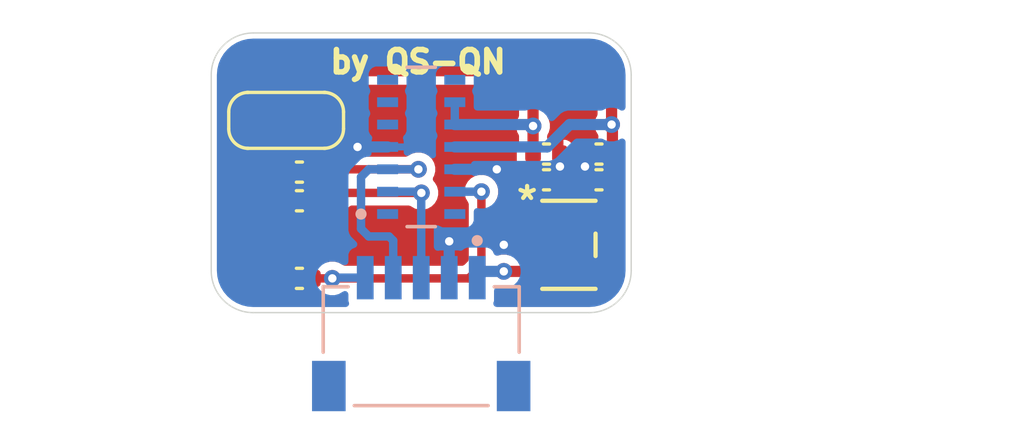
<source format=kicad_pcb>
(kicad_pcb (version 20241229) (generator "pcbnew") (generator_version "9.0")
  (layers (0 "F.Cu" signal) (2 "B.Cu" signal) (13 "F.Paste" user) (15 "B.Paste" user) (5 "F.SilkS" user "F.Silkscreen") (7 "B.SilkS" user "B.Silkscreen") (1 "F.Mask" user) (3 "B.Mask" user) (25 "Edge.Cuts" user))
  (net 0 "")
  (net 1 "GND")
  (net 2 "+3.3V")
  (net 3 "+1V8")
  (net 4 "Net-(JP1-C)")
  (net 5 "/INT_PPG")
  (net 6 "/SDA")
  (net 7 "/SCL")
  (footprint "Jumper:SolderJumper-3_P1.3mm_Bridged12_RoundedPad1.0x1.5mm_NumberLabels" (layer "F.Cu") (at 131.975 79.415 180)
    (property "Reference" "JP1" (hide yes))
    (property "Value" "SolderJumper_3_Bridged12")
    (fp_poly (pts (xy -0.9 -0.3) (xy -0.4 -0.3) (xy -0.4 0.3) (xy -0.9 0.3)) (fill yes) (layer "F.Cu"))
    (fp_line (start 2.05 -0.3) (end 2.05 0.3) (stroke (width 0.12)) (layer "F.SilkS"))
    (fp_line (start 1.4 1) (end -1.4 1) (stroke (width 0.12)) (layer "F.SilkS"))
    (fp_line (start -1.4 -1) (end 1.4 -1) (stroke (width 0.12)) (layer "F.SilkS"))
    (fp_line (start -2.05 0.3) (end -2.05 -0.3) (stroke (width 0.12)) (layer "F.SilkS"))
    (fp_arc (start 2.05 0.3) (mid 1.844975 0.794975) (end 1.35 1) (stroke (width 0.12)) (layer "F.SilkS"))
    (fp_arc (start 1.35 -1) (mid 1.844975 -0.794975) (end 2.05 -0.3) (stroke (width 0.12)) (layer "F.SilkS"))
    (fp_arc (start -1.35 1) (mid -1.844975 0.794975) (end -2.05 0.3) (stroke (width 0.12)) (layer "F.SilkS"))
    (fp_arc (start -2.05 -0.3) (mid -1.844975 -0.794975) (end -1.35 -1) (stroke (width 0.12)) (layer "F.SilkS"))
    (pad "1" smd custom (at -1.3 0 180) (size 1 0.5) (layers "F.Cu" "F.Mask") (net 2 "+3.3V") (options (clearance outline) (anchor rect)) (primitives (gr_poly (pts (xy 0.55 0.75) (xy 0 0.75) (xy 0 -0.75) (xy 0.55 -0.75)) (width 0) (fill yes)) (gr_circle (center 0 0.25) (end 0.5 0.25) (width 0) (fill yes)) (gr_circle (center 0 -0.25) (end 0.5 -0.25) (width 0) (fill yes))))
    (pad "2" smd rect (at 0 0 180) (size 1 1.5) (layers "F.Cu" "F.Mask") (net 4 "Net-(JP1-C)"))
    (pad "3" smd custom (at 1.3 0 180) (size 1 0.5) (layers "F.Cu" "F.Mask") (net 3 "+1V8") (options (clearance outline) (anchor rect)) (primitives (gr_circle (center 0 0.25) (end 0.5 0.25) (width 0) (fill yes)) (gr_circle (center 0 -0.25) (end 0.5 -0.25) (width 0) (fill yes)) (gr_poly (pts (xy 0 0.75) (xy -0.55 0.75) (xy -0.55 -0.75) (xy 0 -0.75)) (width 0) (fill yes))))
  )
  (footprint "Capacitor_SMD:C_0402_1005Metric" (layer "F.Cu") (at 143.15 81.54 180)
    (property "Reference" "C5" (hide yes))
    (property "Value" "4.7uF")
    (fp_line (start -0.107836 0.36) (end 0.107836 0.36) (stroke (width 0.12)) (layer "F.SilkS"))
    (fp_line (start -0.107836 -0.36) (end 0.107836 -0.36) (stroke (width 0.12)) (layer "F.SilkS"))
    (pad "1" smd roundrect (at -0.48 0 180) (size 0.56 0.62) (layers "F.Cu" "F.Mask" "F.Paste") (net 3 "+1V8"))
    (pad "2" smd roundrect (at 0.48 0 180) (size 0.56 0.62) (layers "F.Cu" "F.Mask" "F.Paste") (net 1 "GND"))
  )
  (footprint "Capacitor_SMD:C_0402_1005Metric" (layer "F.Cu") (at 141.275 81.54)
    (property "Reference" "C20" (hide yes))
    (property "Value" "100nF")
    (fp_line (start -0.107836 -0.36) (end 0.107836 -0.36) (stroke (width 0.12)) (layer "F.SilkS"))
    (fp_line (start -0.107836 0.36) (end 0.107836 0.36) (stroke (width 0.12)) (layer "F.SilkS"))
    (pad "1" smd roundrect (at -0.48 0) (size 0.56 0.62) (layers "F.Cu" "F.Mask" "F.Paste") (net 2 "+3.3V"))
    (pad "2" smd roundrect (at 0.48 0) (size 0.56 0.62) (layers "F.Cu" "F.Mask" "F.Paste") (net 1 "GND"))
  )
  (footprint "Capacitor_SMD:C_0402_1005Metric" (layer "F.Cu") (at 132.45 85.065)
    (property "Reference" "R3" (hide yes))
    (property "Value" "472")
    (fp_line (start -0.107836 -0.36) (end 0.107836 -0.36) (stroke (width 0.12)) (layer "F.SilkS"))
    (fp_line (start -0.107836 0.36) (end 0.107836 0.36) (stroke (width 0.12)) (layer "F.SilkS"))
    (pad "1" smd roundrect (at -0.48 0) (size 0.56 0.62) (layers "F.Cu" "F.Mask" "F.Paste") (net 4 "Net-(JP1-C)"))
    (pad "2" smd roundrect (at 0.48 0) (size 0.56 0.62) (layers "F.Cu" "F.Mask" "F.Paste") (net 5 "/INT_PPG"))
  )
  (footprint "XC6220B181MR_G:SOT-25_TOR" (layer "F.Cu") (at 142.075 83.865)
    (property "Reference" "U3" (hide yes))
    (property "Value" "XC6220B181MR-G")
    (fp_line (start -0.9525 1.5748) (end 0.9525 1.5748) (stroke (width 0.1524)) (layer "F.SilkS"))
    (fp_line (start 0.9525 -1.5748) (end -0.9525 -1.5748) (stroke (width 0.1524)) (layer "F.SilkS"))
    (fp_line (start 0.9525 0.401361) (end 0.9525 -0.401361) (stroke (width 0.1524)) (layer "F.SilkS"))
    (fp_text user "*" (at -1.49225 -1.56 0) (layer "F.SilkS"))
    (pad "1" smd rect (at -1.28905 -0.950001) (size 0.9271 0.4318) (layers "F.Cu" "F.Mask" "F.Paste") (net 2 "+3.3V"))
    (pad "2" smd rect (at -1.28905 0) (size 0.9271 0.4318) (layers "F.Cu" "F.Mask" "F.Paste") (net 1 "GND"))
    (pad "3" smd rect (at -1.28905 0.950001) (size 0.9271 0.4318) (layers "F.Cu" "F.Mask" "F.Paste") (net 2 "+3.3V"))
    (pad "4" smd rect (at 1.28905 0.950001) (size 0.9271 0.4318) (layers "F.Cu" "F.Mask" "F.Paste"))
    (pad "5" smd rect (at 1.28905 -0.950001) (size 0.9271 0.4318) (layers "F.Cu" "F.Mask" "F.Paste") (net 3 "+1V8"))
  )
  (footprint "Capacitor_SMD:C_0402_1005Metric" (layer "F.Cu") (at 132.45 82.29)
    (property "Reference" "R2" (hide yes))
    (property "Value" "472")
    (fp_line (start -0.107836 -0.36) (end 0.107836 -0.36) (stroke (width 0.12)) (layer "F.SilkS"))
    (fp_line (start -0.107836 0.36) (end 0.107836 0.36) (stroke (width 0.12)) (layer "F.SilkS"))
    (pad "1" smd roundrect (at -0.48 0) (size 0.56 0.62) (layers "F.Cu" "F.Mask" "F.Paste") (net 4 "Net-(JP1-C)"))
    (pad "2" smd roundrect (at 0.48 0) (size 0.56 0.62) (layers "F.Cu" "F.Mask" "F.Paste") (net 7 "/SCL"))
  )
  (footprint "Capacitor_SMD:C_0402_1005Metric" (layer "F.Cu") (at 132.45 81.265)
    (property "Reference" "R1" (hide yes))
    (property "Value" "472")
    (fp_line (start -0.107836 -0.36) (end 0.107836 -0.36) (stroke (width 0.12)) (layer "F.SilkS"))
    (fp_line (start -0.107836 0.36) (end 0.107836 0.36) (stroke (width 0.12)) (layer "F.SilkS"))
    (pad "1" smd roundrect (at -0.48 0) (size 0.56 0.62) (layers "F.Cu" "F.Mask" "F.Paste") (net 4 "Net-(JP1-C)"))
    (pad "2" smd roundrect (at 0.48 0) (size 0.56 0.62) (layers "F.Cu" "F.Mask" "F.Paste") (net 6 "/SDA"))
  )
  (footprint "Capacitor_SMD:C_0402_1005Metric" (layer "F.Cu") (at 143.15 80.62 180)
    (property "Reference" "C3" (hide yes))
    (property "Value" "100nF")
    (fp_line (start -0.107836 0.36) (end 0.107836 0.36) (stroke (width 0.12)) (layer "F.SilkS"))
    (fp_line (start -0.107836 -0.36) (end 0.107836 -0.36) (stroke (width 0.12)) (layer "F.SilkS"))
    (pad "1" smd roundrect (at -0.48 0 180) (size 0.56 0.62) (layers "F.Cu" "F.Mask" "F.Paste") (net 3 "+1V8"))
    (pad "2" smd roundrect (at 0.48 0 180) (size 0.56 0.62) (layers "F.Cu" "F.Mask" "F.Paste") (net 1 "GND"))
  )
  (footprint "Capacitor_SMD:C_0402_1005Metric" (layer "F.Cu") (at 141.275 80.62)
    (property "Reference" "C4" (hide yes))
    (property "Value" "4.7uF")
    (fp_line (start -0.107836 -0.36) (end 0.107836 -0.36) (stroke (width 0.12)) (layer "F.SilkS"))
    (fp_line (start -0.107836 0.36) (end 0.107836 0.36) (stroke (width 0.12)) (layer "F.SilkS"))
    (pad "1" smd roundrect (at -0.48 0) (size 0.56 0.62) (layers "F.Cu" "F.Mask" "F.Paste") (net 2 "+3.3V"))
    (pad "2" smd roundrect (at 0.48 0) (size 0.56 0.62) (layers "F.Cu" "F.Mask" "F.Paste") (net 1 "GND"))
  )
  (footprint "MAX30102EFD_T:XDCR_MAX30101EFD_" (layer "B.Cu") (at 136.8 80.365)
    (property "Reference" "U1" (hide yes))
    (property "Value" "MAX30102EFD_T")
    (fp_line (start -0.505 2.85) (end 0.505 2.85) (stroke (width 0.127)) (layer "B.SilkS"))
    (fp_line (start 0.505 -2.85) (end -0.505 -2.85) (stroke (width 0.127)) (layer "B.SilkS"))
    (fp_circle (center -2.15 2.4) (end -2.05 2.4) (stroke (width 0.2)) (fill no) (layer "B.SilkS"))
    (pad "1" smd rect (at -1.2 2.4) (size 0.75 0.35) (layers "B.Cu" "B.Mask" "B.Paste"))
    (pad "2" smd rect (at -1.2 1.6) (size 0.75 0.35) (layers "B.Cu" "B.Mask" "B.Paste") (net 7 "/SCL"))
    (pad "3" smd rect (at -1.2 0.8) (size 0.75 0.35) (layers "B.Cu" "B.Mask" "B.Paste") (net 6 "/SDA"))
    (pad "4" smd rect (at -1.2 0) (size 0.75 0.35) (layers "B.Cu" "B.Mask" "B.Paste") (net 1 "GND"))
    (pad "5" smd rect (at -1.2 -0.8) (size 0.75 0.35) (layers "B.Cu" "B.Mask" "B.Paste"))
    (pad "6" smd rect (at -1.2 -1.6) (size 0.75 0.35) (layers "B.Cu" "B.Mask" "B.Paste"))
    (pad "7" smd rect (at -1.2 -2.4) (size 0.75 0.35) (layers "B.Cu" "B.Mask" "B.Paste"))
    (pad "8" smd rect (at 1.2 -2.4 180) (size 0.75 0.35) (layers "B.Cu" "B.Mask" "B.Paste"))
    (pad "9" smd rect (at 1.2 -1.6 180) (size 0.75 0.35) (layers "B.Cu" "B.Mask" "B.Paste") (net 2 "+3.3V"))
    (pad "10" smd rect (at 1.2 -0.8 180) (size 0.75 0.35) (layers "B.Cu" "B.Mask" "B.Paste") (net 2 "+3.3V"))
    (pad "11" smd rect (at 1.2 0 180) (size 0.75 0.35) (layers "B.Cu" "B.Mask" "B.Paste") (net 3 "+1V8"))
    (pad "12" smd rect (at 1.2 0.8 180) (size 0.75 0.35) (layers "B.Cu" "B.Mask" "B.Paste") (net 1 "GND"))
    (pad "13" smd rect (at 1.2 1.6 180) (size 0.75 0.35) (layers "B.Cu" "B.Mask" "B.Paste") (net 5 "/INT_PPG"))
    (pad "14" smd rect (at 1.2 2.4 180) (size 0.75 0.35) (layers "B.Cu" "B.Mask" "B.Paste"))
  )
  (footprint "SM05B-SRSS-TB_LF__SN_:JST_SM05B-SRSS-TB_LF__SN_" (layer "B.Cu") (at 136.8 88.915 180)
    (property "Reference" "J3" (hide yes))
    (property "Value" "SM05B-SRSS-TB_LF__SN_")
    (fp_line (start 3.5 3.55) (end 3.5 1.21) (stroke (width 0.127)) (layer "B.SilkS"))
    (fp_line (start 2.61 3.55) (end 3.5 3.55) (stroke (width 0.127)) (layer "B.SilkS"))
    (fp_line (start -2.39 -0.7) (end 2.39 -0.7) (stroke (width 0.127)) (layer "B.SilkS"))
    (fp_line (start -2.61 3.55) (end -3.5 3.55) (stroke (width 0.127)) (layer "B.SilkS"))
    (fp_line (start -3.5 3.55) (end -3.5 1.21) (stroke (width 0.127)) (layer "B.SilkS"))
    (fp_circle (center -2 5.2) (end -1.9 5.2) (stroke (width 0.2)) (fill no) (layer "B.SilkS"))
    (pad "1" smd rect (at -2 3.875 180) (size 0.6 1.55) (layers "B.Cu" "B.Mask" "B.Paste") (net 2 "+3.3V"))
    (pad "2" smd rect (at -1 3.875 180) (size 0.6 1.55) (layers "B.Cu" "B.Mask" "B.Paste") (net 1 "GND"))
    (pad "3" smd rect (at 0 3.875 180) (size 0.6 1.55) (layers "B.Cu" "B.Mask" "B.Paste") (net 7 "/SCL"))
    (pad "4" smd rect (at 1 3.875 180) (size 0.6 1.55) (layers "B.Cu" "B.Mask" "B.Paste") (net 6 "/SDA"))
    (pad "5" smd rect (at 2 3.875 180) (size 0.6 1.55) (layers "B.Cu" "B.Mask" "B.Paste") (net 5 "/INT_PPG"))
    (pad "S1" smd rect (at -3.3 0 180) (size 1.2 1.8) (layers "B.Cu" "B.Mask" "B.Paste") (net 1 "GND"))
    (pad "S2" smd rect (at 3.3 0 180) (size 1.2 1.8) (layers "B.Cu" "B.Mask" "B.Paste") (net 1 "GND"))
  )
  (gr_arc (start 130.8 86.29) (mid 129.73934 85.85066) (end 129.3 84.79) (stroke (width 0.05)) (layer "Edge.Cuts"))
  (gr_arc (start 144.3 84.79) (mid 143.86066 85.85066) (end 142.8 86.29) (stroke (width 0.05)) (layer "Edge.Cuts"))
  (gr_line (start 129.3 77.79) (end 129.3 84.79) (stroke (width 0.05)) (layer "Edge.Cuts"))
  (gr_arc (start 142.800001 76.290001) (mid 143.86066 76.729341) (end 144.3 77.79) (stroke (width 0.05)) (layer "Edge.Cuts"))
  (gr_arc (start 129.3 77.79) (mid 129.73934 76.72934) (end 130.8 76.29) (stroke (width 0.05)) (layer "Edge.Cuts"))
  (gr_line (start 144.3 77.79) (end 144.3 84.79) (stroke (width 0.05)) (layer "Edge.Cuts"))
  (gr_line (start 142.8 86.29) (end 130.8 86.29) (stroke (width 0.05)) (layer "Edge.Cuts"))
  (gr_line (start 130.8 76.29) (end 142.800001 76.290001) (stroke (width 0.05)) (layer "Edge.Cuts"))
  (gr_text "by QS-QN " (at 133.45 77.79 0) (layer "F.SilkS") (effects (font (size 0.8 0.8) (thickness 0.2) (bold yes)) (justify left bottom)))
  (segment (start 140.78595 83.865) (end 139.75 83.865) (width 0.4) (layer "F.Cu") (net 1))
  (segment (start 141.755 80.62) (end 142.67 80.62) (width 0.4) (layer "F.Cu") (net 1))
  (segment (start 141.755 80.62) (end 141.755 81.065) (width 0.4) (layer "F.Cu") (net 1))
  (segment (start 141.755 81.065) (end 141.755 81.54) (width 0.4) (layer "F.Cu") (net 1))
  (segment (start 142.67 80.62) (end 142.67 81.54) (width 0.4) (layer "F.Cu") (net 1))
  (segment (start 141.755 81.54) (end 142.67 81.54) (width 0.4) (layer "F.Cu") (net 1))
  (segment (start 139.75 83.865) (end 139.725 83.865) (width 0.4) (layer "F.Cu") (net 1))
  (via (at 134.525 80.365) (size 0.6) (drill 0.3) (layers "F.Cu" "B.Cu") (net 1))
  (via (at 141.755 81.065) (size 0.6) (drill 0.3) (layers "F.Cu" "B.Cu") (net 1))
  (via (at 137.8 83.74) (size 0.6) (drill 0.3) (layers "F.Cu" "B.Cu") (net 1))
  (via (at 139.5 81.165) (size 0.6) (drill 0.3) (layers "F.Cu" "B.Cu") (net 1))
  (via (at 142.65 81.065) (size 0.6) (drill 0.3) (layers "F.Cu" "B.Cu") (net 1))
  (via (at 139.75 83.865) (size 0.6) (drill 0.3) (layers "F.Cu" "B.Cu") (net 1))
  (segment (start 137.8 85.04) (end 137.8 83.74) (width 0.4) (layer "B.Cu") (net 1))
  (segment (start 138 81.165) (end 138.95 81.165) (width 0.4) (layer "B.Cu") (net 1))
  (segment (start 138.95 81.165) (end 139.5 81.165) (width 0.4) (layer "B.Cu") (net 1))
  (segment (start 135.6 80.365) (end 134.525 80.365) (width 0.4) (layer "B.Cu") (net 1))
  (segment (start 140.795 80.62) (end 140.795 79.67) (width 0.4) (layer "F.Cu") (net 2))
  (segment (start 133.275 77.89) (end 133.525 77.64) (width 0.4) (layer "F.Cu") (net 2))
  (segment (start 139.750001 84.815001) (end 139.75 84.815) (width 0.4) (layer "F.Cu") (net 2))
  (segment (start 142.325 83.09) (end 142.325 84.69) (width 0.4) (layer "F.Cu") (net 2))
  (segment (start 133.275 79.415) (end 133.275 77.89) (width 0.4) (layer "F.Cu") (net 2))
  (segment (start 142.325 84.69) (end 142.199999 84.815001) (width 0.4) (layer "F.Cu") (net 2))
  (segment (start 140.795 82.905949) (end 140.78595 82.914999) (width 0.4) (layer "F.Cu") (net 2))
  (segment (start 140.78595 82.914999) (end 142.149999 82.914999) (width 0.4) (layer "F.Cu") (net 2))
  (segment (start 140.125 77.64) (end 140.795 78.31) (width 0.4) (layer "F.Cu") (net 2))
  (segment (start 140.795 78.31) (end 140.795 79.615) (width 0.4) (layer "F.Cu") (net 2))
  (segment (start 140.78595 84.815001) (end 139.750001 84.815001) (width 0.4) (layer "F.Cu") (net 2))
  (segment (start 142.199999 84.815001) (end 140.78595 84.815001) (width 0.4) (layer "F.Cu") (net 2))
  (segment (start 142.149999 82.914999) (end 142.325 83.09) (width 0.4) (layer "F.Cu") (net 2))
  (segment (start 133.525 77.64) (end 140.125 77.64) (width 0.4) (layer "F.Cu") (net 2))
  (segment (start 140.795 80.62) (end 140.795 82.905949) (width 0.4) (layer "F.Cu") (net 2))
  (via (at 139.75 84.815) (size 0.6) (drill 0.3) (layers "F.Cu" "B.Cu") (net 2))
  (via (at 140.795 79.615) (size 0.6) (drill 0.3) (layers "F.Cu" "B.Cu") (net 2))
  (segment (start 140.795 79.615) (end 140.745 79.565) (width 0.4) (layer "B.Cu") (net 2))
  (segment (start 138 78.765) (end 138 79.565) (width 0.3) (layer "B.Cu") (net 2))
  (segment (start 139.025 84.815) (end 138.8 85.04) (width 0.4) (layer "B.Cu") (net 2))
  (segment (start 139.75 84.815) (end 139.025 84.815) (width 0.4) (layer "B.Cu") (net 2))
  (segment (start 140.745 79.565) (end 138 79.565) (width 0.4) (layer "B.Cu") (net 2))
  (segment (start 131.351 76.989) (end 142.699 76.989) (width 0.4) (layer "F.Cu") (net 3))
  (segment (start 142.699 76.989) (end 143.6 77.89) (width 0.4) (layer "F.Cu") (net 3))
  (segment (start 143.63 79.595) (end 143.6 79.565) (width 0.4) (layer "F.Cu") (net 3))
  (segment (start 143.63 80.62) (end 143.63 82.649049) (width 0.4) (layer "F.Cu") (net 3))
  (segment (start 143.6 77.89) (end 143.6 79.565) (width 0.4) (layer "F.Cu") (net 3))
  (segment (start 130.675 77.665) (end 131.351 76.989) (width 0.4) (layer "F.Cu") (net 3))
  (segment (start 143.63 80.62) (end 143.63 79.595) (width 0.4) (layer "F.Cu") (net 3))
  (segment (start 130.675 79.415) (end 130.675 77.665) (width 0.4) (layer "F.Cu") (net 3))
  (via (at 143.6 79.565) (size 0.6) (drill 0.3) (layers "F.Cu" "B.Cu") (net 3))
  (segment (start 142.1 79.565) (end 143.6 79.565) (width 0.4) (layer "B.Cu") (net 3))
  (segment (start 138 80.365) (end 141.3 80.365) (width 0.4) (layer "B.Cu") (net 3))
  (segment (start 141.3 80.365) (end 142.1 79.565) (width 0.4) (layer "B.Cu") (net 3))
  (segment (start 131.975 85.06) (end 131.97 85.065) (width 0.3) (layer "F.Cu") (net 4))
  (segment (start 131.975 79.415) (end 131.975 85.06) (width 0.3) (layer "F.Cu") (net 4))
  (segment (start 138.95 84.615) (end 138.5 85.065) (width 0.3) (layer "F.Cu") (net 5))
  (segment (start 132.93 85.065) (end 133.625 85.065) (width 0.3) (layer "F.Cu") (net 5))
  (segment (start 138.5 85.065) (end 133.625 85.065) (width 0.3) (layer "F.Cu") (net 5))
  (segment (start 138.95 81.965) (end 138.95 84.615) (width 0.3) (layer "F.Cu") (net 5))
  (via (at 138.95 81.965) (size 0.6) (drill 0.3) (layers "F.Cu" "B.Cu") (net 5))
  (via (at 133.625 85.065) (size 0.6) (drill 0.3) (layers "F.Cu" "B.Cu") (net 5))
  (segment (start 134.8 85.04) (end 133.65 85.04) (width 0.3) (layer "B.Cu") (net 5))
  (segment (start 133.65 85.04) (end 133.625 85.065) (width 0.3) (layer "B.Cu") (net 5))
  (segment (start 138 81.965) (end 138.95 81.965) (width 0.3) (layer "B.Cu") (net 5))
  (segment (start 133.03 81.165) (end 132.93 81.265) (width 0.3) (layer "F.Cu") (net 6))
  (segment (start 136.7 81.165) (end 133.03 81.165) (width 0.3) (layer "F.Cu") (net 6))
  (via (at 136.7 81.165) (size 0.6) (drill 0.3) (layers "F.Cu" "B.Cu") (net 6))
  (segment (start 134.925 83.565) (end 135.65 83.565) (width 0.3) (layer "B.Cu") (net 6))
  (segment (start 135.8 83.715) (end 135.8 85.04) (width 0.3) (layer "B.Cu") (net 6))
  (segment (start 134.65 83.29) (end 134.925 83.565) (width 0.3) (layer "B.Cu") (net 6))
  (segment (start 134.925 81.165) (end 134.65 81.44) (width 0.3) (layer "B.Cu") (net 6))
  (segment (start 135.6 81.165) (end 136.7 81.165) (width 0.3) (layer "B.Cu") (net 6))
  (segment (start 135.6 81.165) (end 134.925 81.165) (width 0.3) (layer "B.Cu") (net 6))
  (segment (start 134.65 81.44) (end 134.65 83.29) (width 0.3) (layer "B.Cu") (net 6))
  (segment (start 135.65 83.565) (end 135.8 83.715) (width 0.3) (layer "B.Cu") (net 6))
  (segment (start 132.93 82.29) (end 133.8 82.29) (width 0.3) (layer "F.Cu") (net 7))
  (segment (start 133.8 82.29) (end 134.081561 82.008439) (width 0.3) (layer "F.Cu") (net 7))
  (segment (start 134.081561 82.008439) (end 136.80543 82.008439) (width 0.3) (layer "F.Cu") (net 7))
  (via (at 136.80543 82.008439) (size 0.6) (drill 0.3) (layers "F.Cu" "B.Cu") (net 7))
  (segment (start 136.8 82.013869) (end 136.80543 82.008439) (width 0.3) (layer "B.Cu") (net 7))
  (segment (start 136.8 82.003009) (end 136.8 81.965) (width 0.3) (layer "B.Cu") (net 7))
  (segment (start 136.80543 82.008439) (end 136.8 82.003009) (width 0.3) (layer "B.Cu") (net 7))
  (segment (start 136.8 85.04) (end 136.8 82.013869) (width 0.3) (layer "B.Cu") (net 7))
  (segment (start 136.8 81.965) (end 135.6 81.965) (width 0.3) (layer "B.Cu") (net 7))
  (zone (net 1) (net_name "GND") (layers "F.Cu" "B.Cu") (connect_pads (clearance 0.3)) (min_thickness 0.25) (fill yes (thermal_gap 0.2) (thermal_bridge_width 0.25))
    (polygon (pts (xy 128.825 76.015) (xy 144.555 76.015) (xy 144.555 86.465) (xy 128.825 86.465)))
  )
)
</source>
